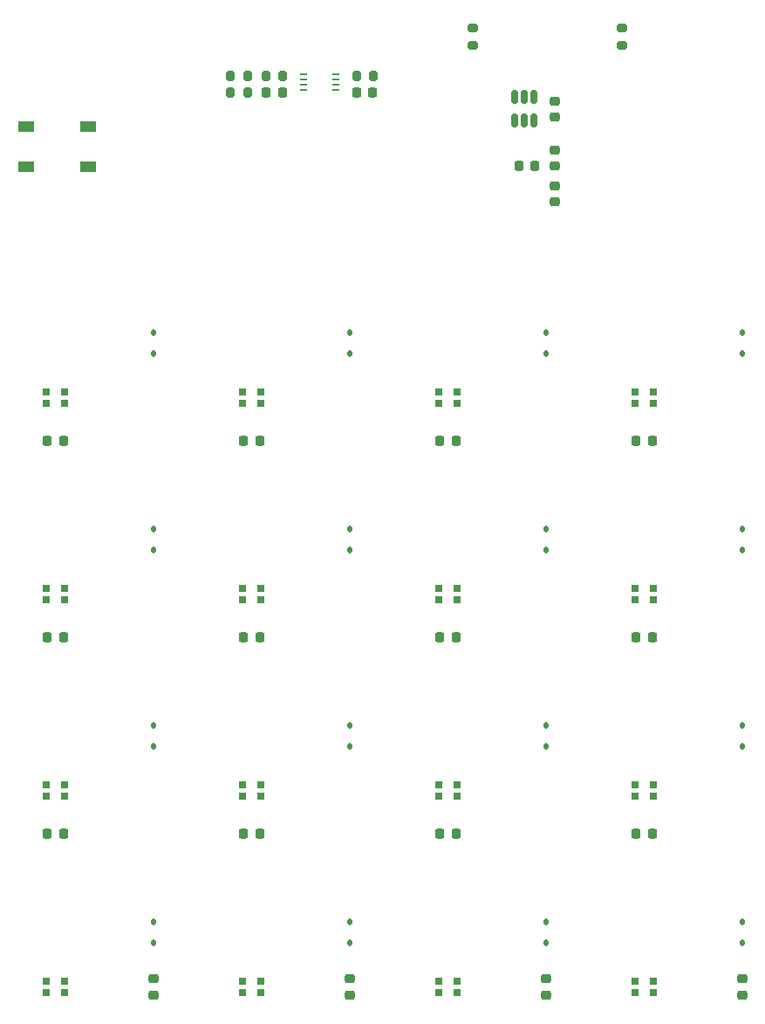
<source format=gtp>
G04 #@! TF.GenerationSoftware,KiCad,Pcbnew,7.0.10*
G04 #@! TF.CreationDate,2024-04-21T01:18:49+05:30*
G04 #@! TF.ProjectId,AT-ProtoKeeb_rev1,41542d50-726f-4746-9f4b-6565625f7265,v1.0*
G04 #@! TF.SameCoordinates,Original*
G04 #@! TF.FileFunction,Paste,Top*
G04 #@! TF.FilePolarity,Positive*
%FSLAX46Y46*%
G04 Gerber Fmt 4.6, Leading zero omitted, Abs format (unit mm)*
G04 Created by KiCad (PCBNEW 7.0.10) date 2024-04-21 01:18:49*
%MOMM*%
%LPD*%
G01*
G04 APERTURE LIST*
G04 Aperture macros list*
%AMRoundRect*
0 Rectangle with rounded corners*
0 $1 Rounding radius*
0 $2 $3 $4 $5 $6 $7 $8 $9 X,Y pos of 4 corners*
0 Add a 4 corners polygon primitive as box body*
4,1,4,$2,$3,$4,$5,$6,$7,$8,$9,$2,$3,0*
0 Add four circle primitives for the rounded corners*
1,1,$1+$1,$2,$3*
1,1,$1+$1,$4,$5*
1,1,$1+$1,$6,$7*
1,1,$1+$1,$8,$9*
0 Add four rect primitives between the rounded corners*
20,1,$1+$1,$2,$3,$4,$5,0*
20,1,$1+$1,$4,$5,$6,$7,0*
20,1,$1+$1,$6,$7,$8,$9,0*
20,1,$1+$1,$8,$9,$2,$3,0*%
G04 Aperture macros list end*
%ADD10R,0.700000X0.700000*%
%ADD11RoundRect,0.112500X0.112500X-0.187500X0.112500X0.187500X-0.112500X0.187500X-0.112500X-0.187500X0*%
%ADD12RoundRect,0.225000X-0.225000X-0.250000X0.225000X-0.250000X0.225000X0.250000X-0.225000X0.250000X0*%
%ADD13RoundRect,0.225000X0.250000X-0.225000X0.250000X0.225000X-0.250000X0.225000X-0.250000X-0.225000X0*%
%ADD14RoundRect,0.218750X0.256250X-0.218750X0.256250X0.218750X-0.256250X0.218750X-0.256250X-0.218750X0*%
%ADD15R,1.500000X1.000000*%
%ADD16RoundRect,0.200000X0.200000X0.275000X-0.200000X0.275000X-0.200000X-0.275000X0.200000X-0.275000X0*%
%ADD17RoundRect,0.225000X0.225000X0.250000X-0.225000X0.250000X-0.225000X-0.250000X0.225000X-0.250000X0*%
%ADD18RoundRect,0.225000X-0.250000X0.225000X-0.250000X-0.225000X0.250000X-0.225000X0.250000X0.225000X0*%
%ADD19RoundRect,0.200000X-0.200000X-0.275000X0.200000X-0.275000X0.200000X0.275000X-0.200000X0.275000X0*%
%ADD20RoundRect,0.200000X0.275000X-0.200000X0.275000X0.200000X-0.275000X0.200000X-0.275000X-0.200000X0*%
%ADD21RoundRect,0.150000X-0.150000X0.512500X-0.150000X-0.512500X0.150000X-0.512500X0.150000X0.512500X0*%
%ADD22RoundRect,0.200000X-0.275000X0.200000X-0.275000X-0.200000X0.275000X-0.200000X0.275000X0.200000X0*%
%ADD23R,0.750000X0.250000*%
G04 APERTURE END LIST*
D10*
X114815150Y-89550000D03*
X114815150Y-88450000D03*
X112985150Y-88450000D03*
X112985150Y-89550000D03*
D11*
X85325150Y-103800000D03*
X85325150Y-101700000D03*
D12*
X75025150Y-93225000D03*
X76575150Y-93225000D03*
D11*
X104375150Y-103800000D03*
X104375150Y-101700000D03*
D12*
X55975150Y-93225000D03*
X57525150Y-93225000D03*
D10*
X57665250Y-89550000D03*
X57665250Y-88450000D03*
X55835250Y-88450000D03*
X55835250Y-89550000D03*
X114815150Y-108600000D03*
X114815150Y-107500000D03*
X112985150Y-107500000D03*
X112985150Y-108600000D03*
D13*
X104375150Y-146925100D03*
X104375150Y-145375100D03*
D14*
X105250000Y-66537500D03*
X105250000Y-64962500D03*
D12*
X55975150Y-131325100D03*
X57525150Y-131325100D03*
D10*
X95765150Y-146700100D03*
X95765150Y-145600100D03*
X93935150Y-145600100D03*
X93935150Y-146700100D03*
D13*
X105250000Y-61775000D03*
X105250000Y-60225000D03*
D10*
X76715150Y-146700100D03*
X76715150Y-145600100D03*
X74885150Y-145600100D03*
X74885150Y-146700100D03*
D12*
X94075150Y-131325100D03*
X95625150Y-131325100D03*
D15*
X53900150Y-62700000D03*
X53900150Y-66600000D03*
D11*
X66275150Y-103800000D03*
X66275150Y-101700000D03*
D16*
X87625000Y-57800000D03*
X85975000Y-57800000D03*
D10*
X95765150Y-89550000D03*
X95765150Y-88450000D03*
X93935150Y-88450000D03*
X93935150Y-89550000D03*
D11*
X85325150Y-122850100D03*
X85325150Y-120750100D03*
D10*
X114815150Y-127650100D03*
X114815150Y-126550100D03*
X112985150Y-126550100D03*
X112985150Y-127650100D03*
D16*
X75425000Y-57800000D03*
X73775000Y-57800000D03*
D10*
X114815150Y-146700100D03*
X114815150Y-145600100D03*
X112985150Y-145600100D03*
X112985150Y-146700100D03*
D17*
X78775000Y-59400000D03*
X77225000Y-59400000D03*
D10*
X57665250Y-146700100D03*
X57665250Y-145600100D03*
X55835250Y-145600100D03*
X55835250Y-146700100D03*
X76715150Y-108600000D03*
X76715150Y-107500000D03*
X74885150Y-107500000D03*
X74885150Y-108600000D03*
D16*
X75425000Y-59400000D03*
X73775000Y-59400000D03*
D10*
X95765150Y-127650100D03*
X95765150Y-126550100D03*
X93935150Y-126550100D03*
X93935150Y-127650100D03*
D13*
X66275250Y-146925100D03*
X66275250Y-145375100D03*
D18*
X105250000Y-68475000D03*
X105250000Y-70025000D03*
D12*
X94075150Y-93225000D03*
X95625150Y-93225000D03*
X113125150Y-131325100D03*
X114675150Y-131325100D03*
D17*
X103275000Y-66500000D03*
X101725000Y-66500000D03*
D11*
X123425150Y-84750000D03*
X123425150Y-82650000D03*
X104375150Y-141900100D03*
X104375150Y-139800100D03*
D10*
X57665250Y-127650100D03*
X57665250Y-126550100D03*
X55835250Y-126550100D03*
X55835250Y-127650100D03*
D19*
X77175000Y-57800000D03*
X78825000Y-57800000D03*
D10*
X95765150Y-108600000D03*
X95765150Y-107500000D03*
X93935150Y-107500000D03*
X93935150Y-108600000D03*
D12*
X94075150Y-112275000D03*
X95625150Y-112275000D03*
D11*
X85325150Y-84750000D03*
X85325150Y-82650000D03*
D12*
X55975150Y-112275000D03*
X57525150Y-112275000D03*
X75025150Y-131325100D03*
X76575150Y-131325100D03*
D11*
X104375150Y-122850100D03*
X104375150Y-120750100D03*
X123425150Y-122850100D03*
X123425150Y-120750100D03*
X66275150Y-84750000D03*
X66275150Y-82650000D03*
D10*
X57665150Y-108600000D03*
X57665150Y-107500000D03*
X55835150Y-107500000D03*
X55835150Y-108600000D03*
D13*
X85325150Y-146925100D03*
X85325150Y-145375100D03*
D10*
X76715150Y-89550000D03*
X76715150Y-88450000D03*
X74885150Y-88450000D03*
X74885150Y-89550000D03*
D11*
X104375150Y-84750000D03*
X104375150Y-82650000D03*
X66275150Y-122850100D03*
X66275150Y-120750100D03*
D20*
X111750000Y-54825000D03*
X111750000Y-53175000D03*
D11*
X123425150Y-103800000D03*
X123425150Y-101700000D03*
D10*
X76715150Y-127650100D03*
X76715150Y-126550100D03*
X74885150Y-126550100D03*
X74885150Y-127650100D03*
D11*
X123425150Y-141900100D03*
X123425150Y-139800100D03*
D21*
X103200000Y-59862500D03*
X102250000Y-59862500D03*
X101300000Y-59862500D03*
X101300000Y-62137500D03*
X102250000Y-62137500D03*
X103200000Y-62137500D03*
D12*
X86025000Y-59400000D03*
X87575000Y-59400000D03*
D11*
X85325150Y-141900100D03*
X85325150Y-139800100D03*
D12*
X75025150Y-112275000D03*
X76575150Y-112275000D03*
D22*
X97250000Y-53175000D03*
X97250000Y-54825000D03*
D12*
X113125150Y-112275000D03*
X114675150Y-112275000D03*
X113125150Y-93225000D03*
X114675150Y-93225000D03*
D13*
X123425150Y-146925100D03*
X123425150Y-145375100D03*
D11*
X66275150Y-141900100D03*
X66275150Y-139800100D03*
D23*
X83950000Y-59150000D03*
X83950000Y-58650000D03*
X83950000Y-58150000D03*
X83950000Y-57650000D03*
X80850000Y-57650000D03*
X80850000Y-58150000D03*
X80850000Y-58650000D03*
X80850000Y-59150000D03*
D15*
X59900150Y-66600000D03*
X59900150Y-62700000D03*
M02*

</source>
